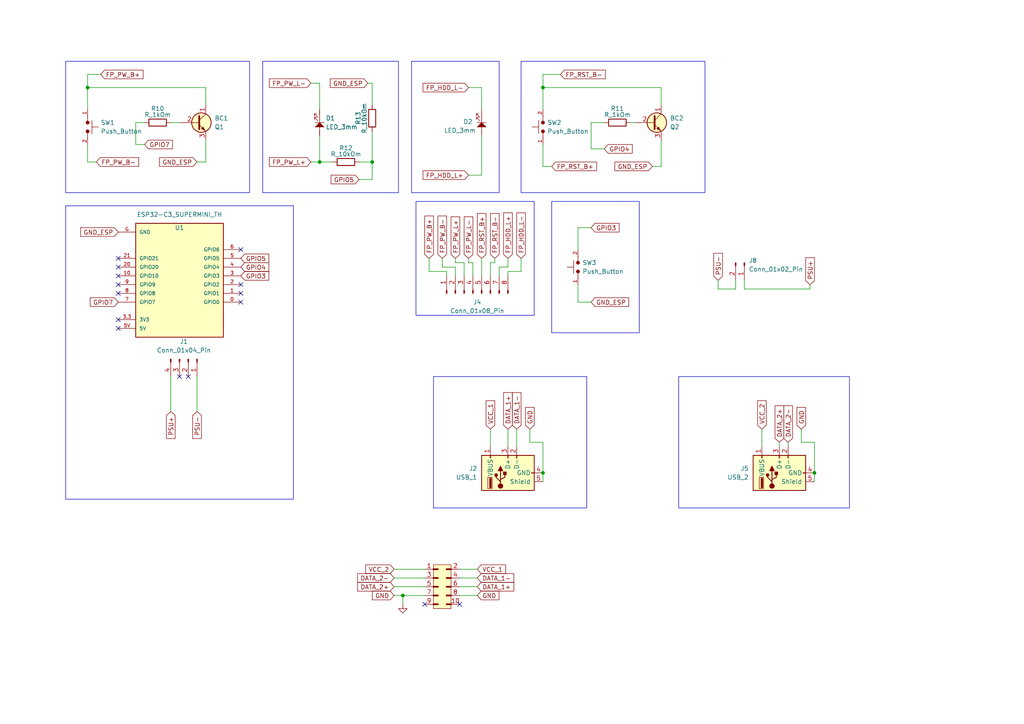
<source format=kicad_sch>
(kicad_sch (version 20250114) (generator "eeschema") (generator_version "9.0")
  (paper "A4")
  (lib_symbols
    (symbol "Connector:Conn_01x02_Pin" (pin_names (offset 1.016) (hide yes))
      (property "Reference" "J" (at 0 2.54 0))
      (property "Value" "Conn_01x02_Pin" (at 0 -5.08 0))
      (symbol "Conn_01x02_Pin_1_1"
        (rectangle (start 0.8636 0.127) (end 0 -0.127) (stroke (width 0.1524)) (fill (type outline)))
        (rectangle (start 0.8636 -2.413) (end 0 -2.667) (stroke (width 0.1524)) (fill (type outline)))
        (polyline (pts (xy 1.27 0) (xy 0.8636 0)) (stroke (width 0.1524)))
        (polyline (pts (xy 1.27 -2.54) (xy 0.8636 -2.54)) (stroke (width 0.1524)))
        (pin passive line (at 5.08 0 180) (length 3.81) (name "Pin_1") (number "1"))
        (pin passive line (at 5.08 -2.54 180) (length 3.81) (name "Pin_2") (number "2"))
      )
    )
    (symbol "Connector:Conn_01x04_Pin" (pin_names (offset 1.016) (hide yes))
      (property "Reference" "J" (at 0 5.08 0))
      (property "Value" "Conn_01x04_Pin" (at 0 -7.62 0))
      (symbol "Conn_01x04_Pin_1_1"
        (rectangle (start 0.8636 2.667) (end 0 2.413) (stroke (width 0.1524)) (fill (type outline)))
        (rectangle (start 0.8636 0.127) (end 0 -0.127) (stroke (width 0.1524)) (fill (type outline)))
        (rectangle (start 0.8636 -2.413) (end 0 -2.667) (stroke (width 0.1524)) (fill (type outline)))
        (rectangle (start 0.8636 -4.953) (end 0 -5.207) (stroke (width 0.1524)) (fill (type outline)))
        (polyline (pts (xy 1.27 2.54) (xy 0.8636 2.54)) (stroke (width 0.1524)))
        (polyline (pts (xy 1.27 0) (xy 0.8636 0)) (stroke (width 0.1524)))
        (polyline (pts (xy 1.27 -2.54) (xy 0.8636 -2.54)) (stroke (width 0.1524)))
        (polyline (pts (xy 1.27 -5.08) (xy 0.8636 -5.08)) (stroke (width 0.1524)))
        (pin passive line (at 5.08 2.54 180) (length 3.81) (name "Pin_1") (number "1"))
        (pin passive line (at 5.08 0 180) (length 3.81) (name "Pin_2") (number "2"))
        (pin passive line (at 5.08 -2.54 180) (length 3.81) (name "Pin_3") (number "3"))
        (pin passive line (at 5.08 -5.08 180) (length 3.81) (name "Pin_4") (number "4"))
      )
    )
    (symbol "Connector:Conn_01x08_Pin" (pin_names (offset 1.016) (hide yes))
      (property "Reference" "J" (at 0 10.16 0))
      (property "Value" "Conn_01x08_Pin" (at 0 -12.7 0))
      (symbol "Conn_01x08_Pin_1_1"
        (rectangle (start 0.8636 7.747) (end 0 7.493) (stroke (width 0.1524)) (fill (type outline)))
        (rectangle (start 0.8636 5.207) (end 0 4.953) (stroke (width 0.1524)) (fill (type outline)))
        (rectangle (start 0.8636 2.667) (end 0 2.413) (stroke (width 0.1524)) (fill (type outline)))
        (rectangle (start 0.8636 0.127) (end 0 -0.127) (stroke (width 0.1524)) (fill (type outline)))
        (rectangle (start 0.8636 -2.413) (end 0 -2.667) (stroke (width 0.1524)) (fill (type outline)))
        (rectangle (start 0.8636 -4.953) (end 0 -5.207) (stroke (width 0.1524)) (fill (type outline)))
        (rectangle (start 0.8636 -7.493) (end 0 -7.747) (stroke (width 0.1524)) (fill (type outline)))
        (rectangle (start 0.8636 -10.033) (end 0 -10.287) (stroke (width 0.1524)) (fill (type outline)))
        (polyline (pts (xy 1.27 7.62) (xy 0.8636 7.62)) (stroke (width 0.1524)))
        (polyline (pts (xy 1.27 5.08) (xy 0.8636 5.08)) (stroke (width 0.1524)))
        (polyline (pts (xy 1.27 2.54) (xy 0.8636 2.54)) (stroke (width 0.1524)))
        (polyline (pts (xy 1.27 0) (xy 0.8636 0)) (stroke (width 0.1524)))
        (polyline (pts (xy 1.27 -2.54) (xy 0.8636 -2.54)) (stroke (width 0.1524)))
        (polyline (pts (xy 1.27 -5.08) (xy 0.8636 -5.08)) (stroke (width 0.1524)))
        (polyline (pts (xy 1.27 -7.62) (xy 0.8636 -7.62)) (stroke (width 0.1524)))
        (polyline (pts (xy 1.27 -10.16) (xy 0.8636 -10.16)) (stroke (width 0.1524)))
        (pin passive line (at 5.08 7.62 180) (length 3.81) (name "Pin_1") (number "1"))
        (pin passive line (at 5.08 5.08 180) (length 3.81) (name "Pin_2") (number "2"))
        (pin passive line (at 5.08 2.54 180) (length 3.81) (name "Pin_3") (number "3"))
        (pin passive line (at 5.08 0 180) (length 3.81) (name "Pin_4") (number "4"))
        (pin passive line (at 5.08 -2.54 180) (length 3.81) (name "Pin_5") (number "5"))
        (pin passive line (at 5.08 -5.08 180) (length 3.81) (name "Pin_6") (number "6"))
        (pin passive line (at 5.08 -7.62 180) (length 3.81) (name "Pin_7") (number "7"))
        (pin passive line (at 5.08 -10.16 180) (length 3.81) (name "Pin_8") (number "8"))
      )
    )
    (symbol "Connector:USB_A" (pin_names (offset 1.016))
      (property "Reference" "J" (at -5.08 11.43 0))
      (property "Value" "USB_A" (at -5.08 8.89 0))
      (symbol "USB_A_0_1"
        (rectangle (start -5.08 -7.62) (end 5.08 7.62) (stroke (width 0.254)) (fill (type background)))
        (circle (center -3.81 2.159) (radius 0.635) (stroke (width 0.254)) (fill (type outline)))
        (polyline (pts (xy -3.175 2.159) (xy -2.54 2.159) (xy -1.27 3.429) (xy -0.635 3.429)) (stroke (width 0.254)))
        (polyline (pts (xy -2.54 2.159) (xy -1.905 2.159) (xy -1.27 0.889) (xy 0 0.889)) (stroke (width 0.254)))
        (rectangle (start -1.524 4.826) (end -4.318 5.334) (fill (type outline)))
        (rectangle (start -1.27 4.572) (end -4.572 5.842))
        (circle (center -0.635 3.429) (radius 0.381) (stroke (width 0.254)) (fill (type outline)))
        (rectangle (start -0.127 -7.62) (end 0.127 -6.858))
        (rectangle (start 0.254 1.27) (end -0.508 0.508) (stroke (width 0.254)) (fill (type outline)))
        (polyline (pts (xy 0.635 2.794) (xy 0.635 1.524) (xy 1.905 2.159) (xy 0.635 2.794)) (stroke (width 0.254)) (fill (type outline)))
        (rectangle (start 5.08 4.953) (end 4.318 5.207))
        (rectangle (start 5.08 -0.127) (end 4.318 0.127))
        (rectangle (start 5.08 -2.667) (end 4.318 -2.413))
      )
      (symbol "USB_A_1_1"
        (polyline (pts (xy -1.905 2.159) (xy 0.635 2.159)) (stroke (width 0.254)))
        (pin passive line (at -2.54 -10.16 90) (length 2.54) (name "Shield") (number "5"))
        (pin power_in line (at 0 -10.16 90) (length 2.54) (name "GND") (number "4"))
        (pin power_in line (at 7.62 5.08 180) (length 2.54) (name "VBUS") (number "1"))
        (pin bidirectional line (at 7.62 0 180) (length 2.54) (name "D+") (number "3"))
        (pin bidirectional line (at 7.62 -2.54 180) (length 2.54) (name "D-") (number "2"))
      )
    )
    (symbol "ESP32-C3_SUPERMINI_TH:ESP32-C3_SUPERMINI_TH" (pin_names (offset 1.016))
      (property "Reference" "U" (at -12.7 16.002 0))
      (property "Value" "ESP32-C3_SUPERMINI_TH" (at -12.7 -20.32 0))
      (symbol "ESP32-C3_SUPERMINI_TH_0_0"
        (rectangle (start -12.7 -17.78) (end 12.7 15.24) (stroke (width 0.254)) (fill (type background)))
        (pin bidirectional line (at -17.78 5.08 0) (length 5.08) (name "GPIO0") (number "0"))
        (pin bidirectional line (at -17.78 2.54 0) (length 5.08) (name "GPIO1") (number "1"))
        (pin bidirectional line (at -17.78 0 0) (length 5.08) (name "GPIO2") (number "2"))
        (pin bidirectional line (at -17.78 -2.54 0) (length 5.08) (name "GPIO3") (number "3"))
        (pin bidirectional line (at -17.78 -5.08 0) (length 5.08) (name "GPIO4") (number "4"))
        (pin bidirectional line (at -17.78 -7.62 0) (length 5.08) (name "GPIO5") (number "5"))
        (pin bidirectional line (at -17.78 -10.16 0) (length 5.08) (name "GPIO6") (number "6"))
        (pin power_in line (at 17.78 12.7 180) (length 5.08) (name "5V") (number "5V"))
        (pin power_in line (at 17.78 10.16 180) (length 5.08) (name "3V3") (number "3.3"))
        (pin bidirectional line (at 17.78 5.08 180) (length 5.08) (name "GPIO7") (number "7"))
        (pin bidirectional line (at 17.78 2.54 180) (length 5.08) (name "GPIO8") (number "8"))
        (pin bidirectional line (at 17.78 0 180) (length 5.08) (name "GPIO9") (number "9"))
        (pin bidirectional line (at 17.78 -2.54 180) (length 5.08) (name "GPIO10") (number "10"))
        (pin bidirectional line (at 17.78 -5.08 180) (length 5.08) (name "GPIO20") (number "20"))
        (pin bidirectional line (at 17.78 -7.62 180) (length 5.08) (name "GPIO21") (number "21"))
        (pin power_in line (at 17.78 -15.24 180) (length 5.08) (name "GND") (number "G"))
      )
    )
    (symbol "PCM_Resistor_AKL:R_1206" (pin_numbers (hide yes)) (pin_names (offset 0))
      (property "Reference" "R" (at 2.54 1.27 0))
      (property "Value" "R_1206" (at 2.54 -1.27 0))
      (symbol "R_1206_0_1"
        (rectangle (start -1.016 2.54) (end 1.016 -2.54) (stroke (width 0.254)))
      )
      (symbol "R_1206_0_2"
        (polyline (pts (xy -2.54 -2.54) (xy -1.524 -1.524)))
        (polyline (pts (xy 1.524 1.524) (xy 2.54 2.54)))
        (polyline (pts (xy 1.524 1.524) (xy 0.889 2.159) (xy -2.159 -0.889) (xy -0.889 -2.159) (xy 2.159 0.889) (xy 1.524 1.524)) (stroke (width 0.254)))
      )
      (symbol "R_1206_1_1"
        (pin passive line (at 0 3.81 270) (length 1.27) (name "~") (number "1"))
        (pin passive line (at 0 -3.81 90) (length 1.27) (name "~") (number "2"))
      )
      (symbol "R_1206_1_2"
        (pin passive line (at -2.54 -2.54 0) (length 0) (name "") (number "2"))
        (pin passive line (at 2.54 2.54 180) (length 0) (name "") (number "1"))
      )
    )
    (symbol "PCM_SL_Devices:LED_3mm"
      (property "Reference" "D" (at -0.508 5.334 0))
      (property "Value" "LED_3mm" (at -0.508 2.794 0))
      (symbol "LED_3mm_0_1"
        (polyline (pts (xy -1.27 0) (xy -2.54 0)))
        (polyline (pts (xy 0 1.27) (xy 0 -1.27)))
        (polyline (pts (xy 0 0) (xy -1.27 -1.27) (xy -1.27 1.27) (xy 0 0) (xy 1.27 0)) (fill (type outline)))
        (polyline (pts (xy 0.508 0.508) (xy 1.524 1.524)))
        (polyline (pts (xy 1.27 0) (xy 2.54 0)))
        (polyline (pts (xy 1.524 1.524) (xy 0.889 1.524)))
        (polyline (pts (xy 1.524 1.524) (xy 1.524 0.889)))
        (polyline (pts (xy 1.524 0.508) (xy 2.54 1.524)))
        (polyline (pts (xy 2.54 1.524) (xy 1.905 1.524)))
        (polyline (pts (xy 2.54 1.524) (xy 2.54 0.889)))
      )
      (symbol "LED_3mm_1_1"
        (pin passive line (at -3.81 0 0) (length 1.5) (name "") (number "2"))
        (pin passive line (at 3.81 0 180) (length 1.5) (name "~") (number "1"))
      )
    )
    (symbol "PCM_SL_Devices:Push_Button"
      (property "Reference" "SW" (at 0 6.35 0))
      (property "Value" "Push_Button" (at 0 4.445 0))
      (symbol "Push_Button_0_1"
        (polyline (pts (xy -3.175 0) (xy -1.778 0)))
        (polyline (pts (xy -1.905 1.27) (xy 1.905 1.27)))
        (circle (center -1.27 0) (radius 0.4579) (fill (type outline)))
        (polyline (pts (xy 0 1.27) (xy 0 3.175)))
        (circle (center 1.27 0) (radius 0.4579) (fill (type outline)))
        (polyline (pts (xy 1.778 0) (xy 3.175 0)))
      )
      (symbol "Push_Button_1_1"
        (pin passive line (at -5.08 0 0) (length 2) (name "") (number "1"))
        (pin passive line (at 5.08 0 180) (length 2) (name "") (number "2"))
      )
    )
    (symbol "PCM_SL_Pin_Headers:PINHD_2x5_Male"
      (property "Reference" "J" (at -1.27 10.16 0))
      (property "Value" "PINHD_2x5_Male" (at -1.27 7.62 0))
      (symbol "PINHD_2x5_Male_0_1"
        (rectangle (start -2.54 6.35) (end 2.54 -6.35) (fill (type background)))
        (polyline (pts (xy -2.54 5.08) (xy -1.27 5.08)) (stroke (width 0.5)))
        (polyline (pts (xy -2.54 2.54) (xy -1.27 2.54)) (stroke (width 0.3)))
        (polyline (pts (xy -2.54 2.54) (xy -1.27 2.54)) (stroke (width 0.5)))
        (polyline (pts (xy -2.54 0) (xy -1.27 0)) (stroke (width 0.5)))
        (polyline (pts (xy -2.54 -2.54) (xy -1.27 -2.54)) (stroke (width 0.5)))
        (polyline (pts (xy -2.54 -5.08) (xy -1.27 -5.08)) (stroke (width 0.5)))
        (polyline (pts (xy 1.27 5.08) (xy 2.54 5.08)) (stroke (width 0.5)))
        (polyline (pts (xy 1.27 2.54) (xy 2.54 2.54)) (stroke (width 0.5)))
        (polyline (pts (xy 1.27 0) (xy 2.54 0)) (stroke (width 0.5)))
        (polyline (pts (xy 1.27 -2.54) (xy 2.54 -2.54)) (stroke (width 0.5)))
        (polyline (pts (xy 1.27 -5.08) (xy 2.54 -5.08)) (stroke (width 0.5)))
      )
      (symbol "PINHD_2x5_Male_1_1"
        (pin passive line (at -5.08 5.08 0) (length 2.54) (name "") (number "1"))
        (pin passive line (at -5.08 2.54 0) (length 2.54) (name "") (number "3"))
        (pin passive line (at -5.08 0 0) (length 2.54) (name "") (number "5"))
        (pin passive line (at -5.08 -2.54 0) (length 2.54) (name "") (number "7"))
        (pin passive line (at -5.08 -5.08 0) (length 2.54) (name "") (number "9"))
        (pin passive line (at 5.08 5.08 180) (length 2.54) (name "") (number "2"))
        (pin passive line (at 5.08 2.54 180) (length 2.54) (name "") (number "4"))
        (pin passive line (at 5.08 0 180) (length 2.54) (name "") (number "6"))
        (pin passive line (at 5.08 -2.54 180) (length 2.54) (name "") (number "8"))
        (pin passive line (at 5.08 -5.08 180) (length 2.54) (name "") (number "10"))
      )
    )
    (symbol "PCM_Transistor_BJT_AKL:BC548" (pin_names (hide yes))
      (property "Reference" "Q" (at 5.08 1.27 0))
      (property "Value" "BC548" (at 5.08 -1.27 0))
      (symbol "BC548_0_1"
        (polyline (pts (xy 0.635 1.905) (xy 0.635 -1.905) (xy 0.635 -1.905)) (stroke (width 0.508)))
        (polyline (pts (xy 0.635 0.635) (xy 2.54 2.54)))
        (polyline (pts (xy 0.635 -0.635) (xy 2.54 -2.54) (xy 2.54 -2.54)))
        (circle (center 1.27 0) (radius 2.8194) (stroke (width 0.254)) (fill (type background)))
        (polyline (pts (xy 1.27 -1.778) (xy 1.778 -1.27) (xy 2.286 -2.286) (xy 1.27 -1.778) (xy 1.27 -1.778)) (fill (type outline)))
      )
      (symbol "BC548_1_1"
        (pin input line (at -5.08 0 0) (length 5.715) (name "B") (number "2"))
        (pin passive line (at 2.54 5.08 270) (length 2.54) (name "C") (number "1"))
        (pin passive line (at 2.54 -5.08 90) (length 2.54) (name "E") (number "3"))
      )
    )
    (symbol "power:GND" (power) (pin_numbers (hide yes)) (pin_names (offset 0) (hide yes))
      (property "Value" "GND" (at 0 -3.81 0))
      (symbol "GND_0_1"
        (polyline (pts (xy 0 0) (xy 0 -1.27) (xy 1.27 -1.27) (xy 0 -2.54) (xy -1.27 -1.27) (xy 0 -1.27)))
      )
      (symbol "GND_1_1"
        (pin power_in line (at 0 0 270) (length 0) (name "~") (number "1"))
      )
    )
  )
  (rectangle (start 19.05 17.78) (end 72.39 55.88))
  (rectangle (start 76.2 17.78) (end 115.57 55.88))
  (rectangle (start 125.73 109.22) (end 170.18 147.32))
  (rectangle (start 160.02 58.42) (end 185.42 96.52))
  (rectangle (start 119.38 17.78) (end 144.78 55.88))
  (rectangle (start 196.85 109.22) (end 246.38 147.32))
  (rectangle (start 19.05 59.69) (end 85.09 144.78))
  (rectangle (start 120.65 58.42) (end 154.94 91.44))
  (rectangle (start 151.13 17.78) (end 204.47 55.88))
  (junction (at 157.48 137.16))
  (junction (at 92.71 46.99))
  (junction (at 157.48 25.4))
  (junction (at 236.22 137.16))
  (junction (at 25.4 25.4))
  (junction (at 116.84 172.72))
  (junction (at 107.95 46.99))
  (no_connect (at 69.85 82.55))
  (no_connect (at 34.29 85.09))
  (no_connect (at 54.61 109.22))
  (no_connect (at 34.29 80.01))
  (no_connect (at 52.07 109.22))
  (no_connect (at 123.19 175.26))
  (no_connect (at 34.29 77.47))
  (no_connect (at 34.29 74.93))
  (no_connect (at 69.85 85.09))
  (no_connect (at 69.85 87.63))
  (no_connect (at 133.35 175.26))
  (no_connect (at 34.29 82.55))
  (no_connect (at 69.85 72.39))
  (no_connect (at 34.29 95.25))
  (no_connect (at 34.29 92.71))
  (wire (pts (xy 171.45 35.56) (xy 175.26 35.56)))
  (wire (pts (xy 139.7 50.8) (xy 139.7 39.37)))
  (wire (pts (xy 39.37 41.91) (xy 41.91 41.91)))
  (wire (pts (xy 191.77 40.64) (xy 191.77 48.26)))
  (wire (pts (xy 59.69 30.48) (xy 59.69 25.4)))
  (wire (pts (xy 107.95 24.13) (xy 107.95 30.48)))
  (wire (pts (xy 57.15 109.22) (xy 57.15 119.38)))
  (wire (pts (xy 25.4 41.91) (xy 25.4 46.99)))
  (wire (pts (xy 129.54 78.74) (xy 124.46 78.74)))
  (wire (pts (xy 25.4 21.59) (xy 25.4 25.4)))
  (wire (pts (xy 39.37 35.56) (xy 39.37 41.91)))
  (wire (pts (xy 104.14 52.07) (xy 107.95 52.07)))
  (wire (pts (xy 151.13 78.74) (xy 151.13 74.93)))
  (wire (pts (xy 213.36 83.82) (xy 213.36 81.28)))
  (wire (pts (xy 25.4 46.99) (xy 27.94 46.99)))
  (wire (pts (xy 157.48 21.59) (xy 157.48 25.4)))
  (wire (pts (xy 215.9 81.28) (xy 215.9 83.82)))
  (wire (pts (xy 129.54 78.74) (xy 129.54 80.01)))
  (wire (pts (xy 135.89 25.4) (xy 139.7 25.4)))
  (wire (pts (xy 139.7 25.4) (xy 139.7 31.75)))
  (wire (pts (xy 153.67 128.27) (xy 157.48 128.27)))
  (wire (pts (xy 133.35 170.18) (xy 138.43 170.18)))
  (wire (pts (xy 191.77 25.4) (xy 191.77 30.48)))
  (wire (pts (xy 142.24 76.2) (xy 142.24 80.01)))
  (wire (pts (xy 142.24 124.46) (xy 142.24 129.54)))
  (wire (pts (xy 133.35 165.1) (xy 138.43 165.1)))
  (wire (pts (xy 124.46 78.74) (xy 124.46 74.93)))
  (wire (pts (xy 49.53 35.56) (xy 52.07 35.56)))
  (wire (pts (xy 157.48 25.4) (xy 191.77 25.4)))
  (wire (pts (xy 59.69 25.4) (xy 25.4 25.4)))
  (wire (pts (xy 157.48 25.4) (xy 157.48 31.75)))
  (wire (pts (xy 49.53 109.22) (xy 49.53 119.38)))
  (wire (pts (xy 236.22 137.16) (xy 236.22 139.7)))
  (wire (pts (xy 220.98 124.46) (xy 220.98 129.54)))
  (wire (pts (xy 234.95 82.55) (xy 234.95 83.82)))
  (wire (pts (xy 144.78 77.47) (xy 144.78 80.01)))
  (wire (pts (xy 167.64 66.04) (xy 171.45 66.04)))
  (wire (pts (xy 143.51 76.2) (xy 143.51 74.93)))
  (wire (pts (xy 160.02 48.26) (xy 157.48 48.26)))
  (wire (pts (xy 132.08 77.47) (xy 128.27 77.47)))
  (wire (pts (xy 147.32 77.47) (xy 147.32 74.93)))
  (wire (pts (xy 116.84 172.72) (xy 123.19 172.72)))
  (wire (pts (xy 92.71 46.99) (xy 96.52 46.99)))
  (wire (pts (xy 104.14 46.99) (xy 107.95 46.99)))
  (wire (pts (xy 135.89 50.8) (xy 139.7 50.8)))
  (wire (pts (xy 135.89 74.93) (xy 135.89 76.2)))
  (wire (pts (xy 144.78 77.47) (xy 147.32 77.47)))
  (wire (pts (xy 147.32 78.74) (xy 151.13 78.74)))
  (wire (pts (xy 157.48 41.91) (xy 157.48 48.26)))
  (wire (pts (xy 228.6 128.27) (xy 228.6 129.54)))
  (wire (pts (xy 90.17 46.99) (xy 92.71 46.99)))
  (wire (pts (xy 114.3 165.1) (xy 123.19 165.1)))
  (wire (pts (xy 128.27 77.47) (xy 128.27 74.93)))
  (wire (pts (xy 25.4 25.4) (xy 25.4 31.75)))
  (wire (pts (xy 133.35 167.64) (xy 138.43 167.64)))
  (wire (pts (xy 232.41 128.27) (xy 236.22 128.27)))
  (wire (pts (xy 92.71 24.13) (xy 92.71 31.75)))
  (wire (pts (xy 142.24 76.2) (xy 143.51 76.2)))
  (wire (pts (xy 171.45 43.18) (xy 175.26 43.18)))
  (wire (pts (xy 59.69 40.64) (xy 59.69 46.99)))
  (wire (pts (xy 134.62 76.2) (xy 134.62 80.01)))
  (wire (pts (xy 25.4 21.59) (xy 29.21 21.59)))
  (wire (pts (xy 149.86 124.46) (xy 149.86 129.54)))
  (wire (pts (xy 157.48 137.16) (xy 157.48 139.7)))
  (wire (pts (xy 106.68 24.13) (xy 107.95 24.13)))
  (wire (pts (xy 90.17 24.13) (xy 92.71 24.13)))
  (wire (pts (xy 107.95 52.07) (xy 107.95 46.99)))
  (wire (pts (xy 226.06 128.27) (xy 226.06 129.54)))
  (wire (pts (xy 107.95 38.1) (xy 107.95 46.99)))
  (wire (pts (xy 208.28 83.82) (xy 213.36 83.82)))
  (wire (pts (xy 135.89 76.2) (xy 137.16 76.2)))
  (wire (pts (xy 137.16 76.2) (xy 137.16 80.01)))
  (wire (pts (xy 116.84 172.72) (xy 116.84 175.26)))
  (wire (pts (xy 167.64 87.63) (xy 167.64 82.55)))
  (wire (pts (xy 232.41 124.46) (xy 232.41 128.27)))
  (wire (pts (xy 191.77 48.26) (xy 189.23 48.26)))
  (wire (pts (xy 147.32 124.46) (xy 147.32 129.54)))
  (wire (pts (xy 114.3 170.18) (xy 123.19 170.18)))
  (wire (pts (xy 236.22 128.27) (xy 236.22 137.16)))
  (wire (pts (xy 132.08 76.2) (xy 134.62 76.2)))
  (wire (pts (xy 57.15 46.99) (xy 59.69 46.99)))
  (wire (pts (xy 132.08 77.47) (xy 132.08 80.01)))
  (wire (pts (xy 153.67 124.46) (xy 153.67 128.27)))
  (wire (pts (xy 139.7 74.93) (xy 139.7 80.01)))
  (wire (pts (xy 147.32 78.74) (xy 147.32 80.01)))
  (wire (pts (xy 167.64 66.04) (xy 167.64 72.39)))
  (wire (pts (xy 114.3 167.64) (xy 123.19 167.64)))
  (wire (pts (xy 208.28 83.82) (xy 208.28 81.28)))
  (wire (pts (xy 215.9 83.82) (xy 234.95 83.82)))
  (wire (pts (xy 182.88 35.56) (xy 184.15 35.56)))
  (wire (pts (xy 171.45 87.63) (xy 167.64 87.63)))
  (wire (pts (xy 92.71 39.37) (xy 92.71 46.99)))
  (wire (pts (xy 157.48 21.59) (xy 162.56 21.59)))
  (wire (pts (xy 157.48 128.27) (xy 157.48 137.16)))
  (wire (pts (xy 114.3 172.72) (xy 116.84 172.72)))
  (wire (pts (xy 39.37 35.56) (xy 41.91 35.56)))
  (wire (pts (xy 133.35 172.72) (xy 138.43 172.72)))
  (wire (pts (xy 132.08 74.93) (xy 132.08 76.2)))
  (wire (pts (xy 171.45 35.56) (xy 171.45 43.18)))
  (global_label "PSU-" (shape input) (at 208.28 81.28 90) (property "Intersheetrefs" "${INTERSHEET_REFS}" (effects (hide yes))))
  (global_label "FP_RST_B+" (shape input) (at 139.7 74.93 90) (property "Intersheetrefs" "${INTERSHEET_REFS}" (effects (hide yes))))
  (global_label "FP_PW_B+" (shape input) (at 29.21 21.59 0) (property "Intersheetrefs" "${INTERSHEET_REFS}" (effects (hide yes))))
  (global_label "PSU-" (shape input) (at 57.15 119.38 270) (property "Intersheetrefs" "${INTERSHEET_REFS}" (effects (hide yes))))
  (global_label "GND" (shape input) (at 153.67 124.46 90) (property "Intersheetrefs" "${INTERSHEET_REFS}" (effects (hide yes))))
  (global_label "FP_HDD_L-" (shape input) (at 151.13 74.93 90) (property "Intersheetrefs" "${INTERSHEET_REFS}" (effects (hide yes))))
  (global_label "VCC_2" (shape input) (at 220.98 124.46 90) (property "Intersheetrefs" "${INTERSHEET_REFS}" (effects (hide yes))))
  (global_label "PSU+" (shape input) (at 234.95 82.55 90) (property "Intersheetrefs" "${INTERSHEET_REFS}" (effects (hide yes))))
  (global_label "GND" (shape input) (at 138.43 172.72 0) (property "Intersheetrefs" "${INTERSHEET_REFS}" (effects (hide yes))))
  (global_label "VCC_1" (shape input) (at 138.43 165.1 0) (property "Intersheetrefs" "${INTERSHEET_REFS}" (effects (hide yes))))
  (global_label "DATA_1-" (shape input) (at 149.86 124.46 90) (property "Intersheetrefs" "${INTERSHEET_REFS}" (effects (hide yes))))
  (global_label "DATA_2-" (shape input) (at 114.3 167.64 180) (property "Intersheetrefs" "${INTERSHEET_REFS}" (effects (hide yes))))
  (global_label "GND_ESP" (shape input) (at 106.68 24.13 180) (property "Intersheetrefs" "${INTERSHEET_REFS}" (effects (hide yes))))
  (global_label "VCC_2" (shape input) (at 114.3 165.1 180) (property "Intersheetrefs" "${INTERSHEET_REFS}" (effects (hide yes))))
  (global_label "GPIO5" (shape input) (at 69.85 74.93 0) (property "Intersheetrefs" "${INTERSHEET_REFS}" (effects (hide yes))))
  (global_label "FP_PW_L+" (shape input) (at 132.08 74.93 90) (property "Intersheetrefs" "${INTERSHEET_REFS}" (effects (hide yes))))
  (global_label "FP_HDD_L+" (shape input) (at 147.32 74.93 90) (property "Intersheetrefs" "${INTERSHEET_REFS}" (effects (hide yes))))
  (global_label "GND" (shape input) (at 114.3 172.72 180) (property "Intersheetrefs" "${INTERSHEET_REFS}" (effects (hide yes))))
  (global_label "FP_HDD_L+" (shape input) (at 135.89 50.8 180) (property "Intersheetrefs" "${INTERSHEET_REFS}" (effects (hide yes))))
  (global_label "GPIO5" (shape input) (at 104.14 52.07 180) (property "Intersheetrefs" "${INTERSHEET_REFS}" (effects (hide yes))))
  (global_label "DATA_2+" (shape input) (at 114.3 170.18 180) (property "Intersheetrefs" "${INTERSHEET_REFS}" (effects (hide yes))))
  (global_label "GND_ESP" (shape input) (at 171.45 87.63 0) (property "Intersheetrefs" "${INTERSHEET_REFS}" (effects (hide yes))))
  (global_label "GND" (shape input) (at 232.41 124.46 90) (property "Intersheetrefs" "${INTERSHEET_REFS}" (effects (hide yes))))
  (global_label "FP_HDD_L-" (shape input) (at 135.89 25.4 180) (property "Intersheetrefs" "${INTERSHEET_REFS}" (effects (hide yes))))
  (global_label "GND_ESP" (shape input) (at 34.29 67.31 180) (property "Intersheetrefs" "${INTERSHEET_REFS}" (effects (hide yes))))
  (global_label "FP_PW_L-" (shape input) (at 90.17 24.13 180) (property "Intersheetrefs" "${INTERSHEET_REFS}" (effects (hide yes))))
  (global_label "GPIO3" (shape input) (at 69.85 80.01 0) (property "Intersheetrefs" "${INTERSHEET_REFS}" (effects (hide yes))))
  (global_label "GPIO3" (shape input) (at 171.45 66.04 0) (property "Intersheetrefs" "${INTERSHEET_REFS}" (effects (hide yes))))
  (global_label "GPIO4" (shape input) (at 175.26 43.18 0) (property "Intersheetrefs" "${INTERSHEET_REFS}" (effects (hide yes))))
  (global_label "FP_PW_L+" (shape input) (at 90.17 46.99 180) (property "Intersheetrefs" "${INTERSHEET_REFS}" (effects (hide yes))))
  (global_label "FP_PW_B-" (shape input) (at 128.27 74.93 90) (property "Intersheetrefs" "${INTERSHEET_REFS}" (effects (hide yes))))
  (global_label "FP_RST_B+" (shape input) (at 160.02 48.26 0) (property "Intersheetrefs" "${INTERSHEET_REFS}" (effects (hide yes))))
  (global_label "DATA_1-" (shape input) (at 138.43 167.64 0) (property "Intersheetrefs" "${INTERSHEET_REFS}" (effects (hide yes))))
  (global_label "FP_PW_B+" (shape input) (at 124.46 74.93 90) (property "Intersheetrefs" "${INTERSHEET_REFS}" (effects (hide yes))))
  (global_label "DATA_2+" (shape input) (at 226.06 128.27 90) (property "Intersheetrefs" "${INTERSHEET_REFS}" (effects (hide yes))))
  (global_label "GPIO4" (shape input) (at 69.85 77.47 0) (property "Intersheetrefs" "${INTERSHEET_REFS}" (effects (hide yes))))
  (global_label "DATA_2-" (shape input) (at 228.6 128.27 90) (property "Intersheetrefs" "${INTERSHEET_REFS}" (effects (hide yes))))
  (global_label "GPIO7" (shape input) (at 41.91 41.91 0) (property "Intersheetrefs" "${INTERSHEET_REFS}" (effects (hide yes))))
  (global_label "DATA_1+" (shape input) (at 147.32 124.46 90) (property "Intersheetrefs" "${INTERSHEET_REFS}" (effects (hide yes))))
  (global_label "DATA_1+" (shape input) (at 138.43 170.18 0) (property "Intersheetrefs" "${INTERSHEET_REFS}" (effects (hide yes))))
  (global_label "GPIO7" (shape input) (at 34.29 87.63 180) (property "Intersheetrefs" "${INTERSHEET_REFS}" (effects (hide yes))))
  (global_label "GND_ESP" (shape input) (at 189.23 48.26 180) (property "Intersheetrefs" "${INTERSHEET_REFS}" (effects (hide yes))))
  (global_label "FP_PW_L-" (shape input) (at 135.89 74.93 90) (property "Intersheetrefs" "${INTERSHEET_REFS}" (effects (hide yes))))
  (global_label "FP_PW_B-" (shape input) (at 27.94 46.99 0) (property "Intersheetrefs" "${INTERSHEET_REFS}" (effects (hide yes))))
  (global_label "FP_RST_B-" (shape input) (at 143.51 74.93 90) (property "Intersheetrefs" "${INTERSHEET_REFS}" (effects (hide yes))))
  (global_label "GND_ESP" (shape input) (at 57.15 46.99 180) (property "Intersheetrefs" "${INTERSHEET_REFS}" (effects (hide yes))))
  (global_label "VCC_1" (shape input) (at 142.24 124.46 90) (property "Intersheetrefs" "${INTERSHEET_REFS}" (effects (hide yes))))
  (global_label "PSU+" (shape input) (at 49.53 119.38 270) (property "Intersheetrefs" "${INTERSHEET_REFS}" (effects (hide yes))))
  (global_label "FP_RST_B-" (shape input) (at 162.56 21.59 0) (property "Intersheetrefs" "${INTERSHEET_REFS}" (effects (hide yes))))
  (symbol (lib_id "PCM_SL_Devices:Push_Button") (at 25.4 36.83 270) (unit 1)
    (property "Reference" "SW1" (at 29.21 35.5599 90) (effects (justify left)))
    (property "Value" "Push_Button" (at 29.21 38.0999 90) (effects (justify left)))
    (property "Footprint" "Button_Switch_THT:SW_PUSH_6mm" (effects (hide yes)))
    (property "Description" "Common 6mmx6mm Push Button" (effects (hide yes)))
  )
  (symbol (lib_id "Connector:Conn_01x02_Pin") (at 215.9 76.2 270) (unit 1)
    (property "Reference" "J8" (at 217.17 75.5649 90) (effects (justify left)))
    (property "Value" "Conn_01x02_Pin" (at 217.17 78.1049 90) (effects (justify left)))
    (property "Footprint" "Connector_JST:JST_XH_B2B-XH-AM_1x02_P2.50mm_Vertical" (effects (hide yes)))
    (property "Description" "Generic connector, single row, 01x02, script generated" (effects (hide yes)))
  )
  (symbol (lib_id "Connector:USB_A") (at 147.32 137.16 90) (unit 1)
    (property "Reference" "J2" (at 138.43 135.8899 90) (effects (justify left)))
    (property "Value" "USB_1" (at 138.43 138.4299 90) (effects (justify left)))
    (property "Footprint" "USB-A1VSB6:ONSHORE_USB-A1VSB6" (effects (hide yes)))
    (property "Description" "USB Type A connector" (effects (hide yes)))
  )
  (symbol (lib_id "Connector:USB_A") (at 226.06 137.16 90) (unit 1)
    (property "Reference" "J5" (at 217.17 135.8899 90) (effects (justify left)))
    (property "Value" "USB_2" (at 217.17 138.4299 90) (effects (justify left)))
    (property "Footprint" "USB-A1VSB6:ONSHORE_USB-A1VSB6" (effects (hide yes)))
    (property "Description" "USB Type A connector" (effects (hide yes)))
  )
  (symbol (lib_id "power:GND") (at 116.84 175.26 0) (unit 1)
    (property "Reference" "#PWR05" (effects (hide yes)))
    (property "Value" "GND" (effects (hide yes)))
    (property "Description" "Power symbol creates a global label with name \"GND\" , ground" (effects (hide yes)))
  )
  (symbol (lib_id "PCM_Resistor_AKL:R_1206") (at 107.95 34.29 180) (unit 1)
    (property "Reference" "R13" (at 103.886 34.29 90))
    (property "Value" "R_10kOm" (at 105.664 34.29 90))
    (property "Footprint" "PCM_Resistor_SMD_AKL:R_1206_3216Metric" (effects (hide yes)))
    (property "Description" "SMD 1206 Chip Resistor, European Symbol, Alternate KiCad Library" (effects (hide yes)))
  )
  (symbol (lib_id "PCM_Transistor_BJT_AKL:BC548") (at 189.23 35.56 0) (unit 1)
    (property "Reference" "BC2" (at 194.31 34.2899 0) (effects (justify left)))
    (property "Value" "Q2" (at 194.31 36.8299 0) (effects (justify left)))
    (property "Footprint" "PCM_Package_TO_SOT_THT_AKL:TO-92_Inline_Wide_CBE" (effects (hide yes)))
    (property "Datasheet" "https://www.tme.eu/Document/6c5d898a533a0762c2bc33eb26c283a8/BC546-550-DTE.pdf" (effects (hide yes)))
    (property "Description" "NPN TO-92 transistor, 30V, 100mA, 500mW, Complementary to BC558, Alternate KiCAD Library" (effects (hide yes)))
  )
  (symbol (lib_id "PCM_SL_Devices:Push_Button") (at 167.64 77.47 90) (unit 1)
    (property "Reference" "SW3" (at 168.91 76.1999 90) (effects (justify right)))
    (property "Value" "Push_Button" (at 168.91 78.7399 90) (effects (justify right)))
    (property "Footprint" "Button_Switch_THT:SW_PUSH_6mm" (effects (hide yes)))
    (property "Description" "Common 6mmx6mm Push Button" (effects (hide yes)))
  )
  (symbol (lib_id "PCM_Resistor_AKL:R_1206") (at 100.33 46.99 90) (unit 1)
    (property "Reference" "R12" (at 100.33 42.926 90))
    (property "Value" "R_10kOm" (at 100.33 44.704 90))
    (property "Footprint" "PCM_Resistor_SMD_AKL:R_1206_3216Metric" (effects (hide yes)))
    (property "Description" "SMD 1206 Chip Resistor, European Symbol, Alternate KiCad Library" (effects (hide yes)))
  )
  (symbol (lib_id "ESP32-C3_SUPERMINI_TH:ESP32-C3_SUPERMINI_TH") (at 52.07 82.55 180) (unit 1)
    (property "Reference" "U1" (at 52.07 66.04 0))
    (property "Value" "ESP32-C3_SUPERMINI_TH" (at 52.07 62.23 0))
    (property "Footprint" "ESP32-C3_SUPERMINI_TH:MODULE_ESP32-C3_SUPERMINI" (effects (hide yes)))
    (property "MF" "Espressif Systems" (effects (hide yes)))
    (property "MAXIMUM_PACKAGE_HEIGHT" "4.2mm" (effects (hide yes)))
    (property "Package" "Package" (effects (hide yes)))
    (property "Price" "None" (effects (hide yes)))
    (property "Check_prices" "https://www.snapeda.com/parts/ESP32-C3%20SuperMini_TH/Espressif+Systems/view-part/?ref=eda" (effects (hide yes)))
    (property "STANDARD" "Manufacturer Recommendations" (effects (hide yes)))
    (property "SnapEDA_Link" "https://www.snapeda.com/parts/ESP32-C3%20SuperMini_TH/Espressif+Systems/view-part/?ref=snap" (effects (hide yes)))
    (property "MP" "ESP32-C3 SuperMini_TH" (effects (hide yes)))
    (property "Description_1" "Super tiny ESP32-C3 board" (effects (hide yes)))
    (property "Availability" "Not in stock" (effects (hide yes)))
    (property "MANUFACTURER" "Espressif" (effects (hide yes)))
  )
  (symbol (lib_id "Connector:Conn_01x08_Pin") (at 137.16 85.09 90) (unit 1)
    (property "Reference" "J4" (at 138.43 87.63 90))
    (property "Value" "Conn_01x08_Pin" (at 138.43 90.17 90))
    (property "Footprint" "Connector_JST:Connector_MB_FP" (effects (hide yes)))
    (property "Description" "Generic connector, single row, 01x08, script generated" (effects (hide yes)))
  )
  (symbol (lib_id "PCM_Resistor_AKL:R_1206") (at 179.07 35.56 90) (unit 1)
    (property "Reference" "R11" (at 179.07 31.496 90))
    (property "Value" "R_1kOm" (at 179.07 33.274 90))
    (property "Footprint" "PCM_Resistor_SMD_AKL:R_1206_3216Metric" (effects (hide yes)))
    (property "Description" "SMD 1206 Chip Resistor, European Symbol, Alternate KiCad Library" (effects (hide yes)))
  )
  (symbol (lib_id "PCM_Transistor_BJT_AKL:BC548") (at 57.15 35.56 0) (unit 1)
    (property "Reference" "BC1" (at 62.23 34.2899 0) (effects (justify left)))
    (property "Value" "Q1" (at 62.23 36.8299 0) (effects (justify left)))
    (property "Footprint" "PCM_Package_TO_SOT_THT_AKL:TO-92_Inline_Wide_CBE" (effects (hide yes)))
    (property "Datasheet" "https://www.tme.eu/Document/6c5d898a533a0762c2bc33eb26c283a8/BC546-550-DTE.pdf" (effects (hide yes)))
    (property "Description" "NPN TO-92 transistor, 30V, 100mA, 500mW, Complementary to BC558, Alternate KiCAD Library" (effects (hide yes)))
  )
  (symbol (lib_id "PCM_SL_Devices:LED_3mm") (at 92.71 35.56 90) (unit 1)
    (property "Reference" "D1" (at 94.488 34.29 90) (effects (justify right)))
    (property "Value" "LED_3mm" (at 94.488 36.83 90) (effects (justify right)))
    (property "Footprint" "LED_THT:LED_D3.0mm" (effects (hide yes)))
    (property "Description" "3mm diameter small LED" (effects (hide yes)))
  )
  (symbol (lib_id "PCM_Resistor_AKL:R_1206") (at 45.72 35.56 90) (unit 1)
    (property "Reference" "R10" (at 45.72 31.496 90))
    (property "Value" "R_1kOm" (at 45.72 33.274 90))
    (property "Footprint" "PCM_Resistor_SMD_AKL:R_1206_3216Metric" (effects (hide yes)))
    (property "Description" "SMD 1206 Chip Resistor, European Symbol, Alternate KiCad Library" (effects (hide yes)))
  )
  (symbol (lib_id "PCM_SL_Pin_Headers:PINHD_2x5_Male") (at 128.27 170.18 0) (unit 1)
    (property "Reference" "J7" (effects (hide yes)))
    (property "Value" "PINHD_2x5_Male" (effects (hide yes)))
    (property "Footprint" "Connector_PinHeader_2.54mm:PinHeader_2x05_P2.54mm_Horizontal" (effects (hide yes)))
    (property "Description" "Pin Header male with pin space 2.54mm. Pin Count - 10" (effects (hide yes)))
  )
  (symbol (lib_id "Connector:Conn_01x04_Pin") (at 54.61 104.14 270) (unit 1)
    (property "Reference" "J1" (at 53.34 99.06 90))
    (property "Value" "Conn_01x04_Pin" (at 53.34 101.6 90))
    (property "Footprint" "Connector_PinHeader_2.54mm:PinHeader_1x04_P2.54mm_Vertical" (effects (hide yes)))
    (property "Description" "Generic connector, single row, 01x04, script generated" (effects (hide yes)))
  )
  (symbol (lib_id "PCM_SL_Devices:LED_3mm") (at 139.7 35.56 90) (unit 1)
    (property "Reference" "D2" (at 134.366 35.306 90) (effects (justify right)))
    (property "Value" "LED_3mm" (at 128.778 37.846 90) (effects (justify right)))
    (property "Footprint" "LED_THT:LED_D3.0mm" (effects (hide yes)))
    (property "Description" "3mm diameter small LED" (effects (hide yes)))
  )
  (symbol (lib_id "PCM_SL_Devices:Push_Button") (at 157.48 36.83 90) (unit 1)
    (property "Reference" "SW2" (at 158.75 35.5599 90) (effects (justify right)))
    (property "Value" "Push_Button" (at 158.75 38.0999 90) (effects (justify right)))
    (property "Footprint" "Button_Switch_THT:SW_PUSH_6mm" (effects (hide yes)))
    (property "Description" "Common 6mmx6mm Push Button" (effects (hide yes)))
  )
)
</source>
